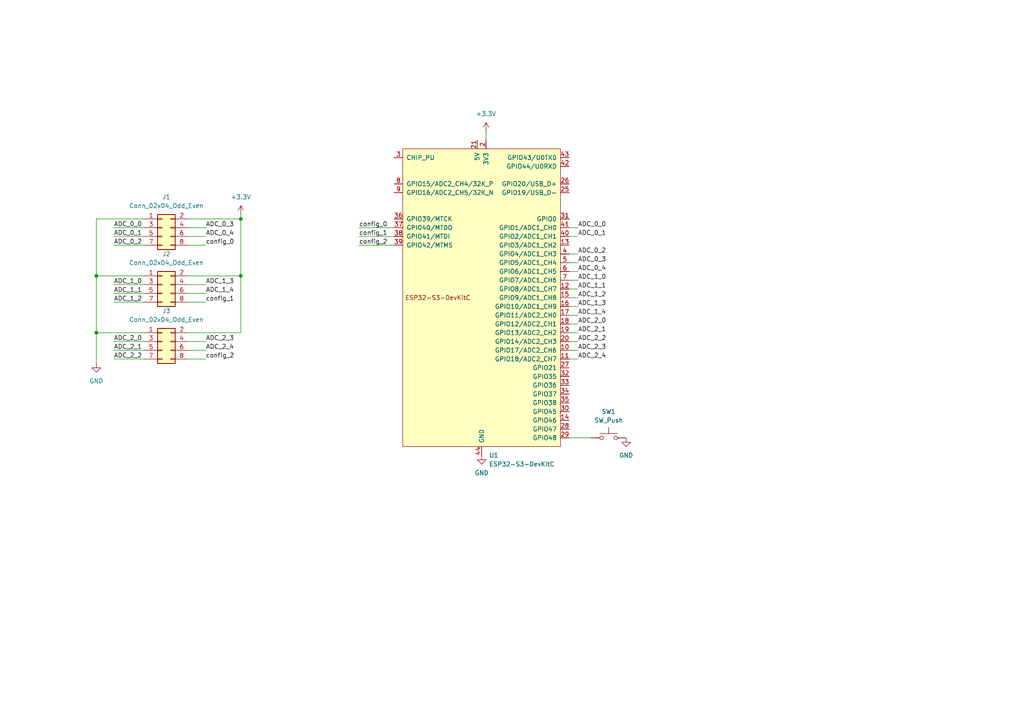
<source format=kicad_sch>
(kicad_sch
	(version 20250114)
	(generator "eeschema")
	(generator_version "9.0")
	(uuid "f3d2e09c-d981-40f8-9f4a-04d62addaf67")
	(paper "A4")
	(lib_symbols
		(symbol "Connector_Generic:Conn_02x04_Odd_Even"
			(pin_names
				(offset 1.016)
				(hide yes)
			)
			(exclude_from_sim no)
			(in_bom yes)
			(on_board yes)
			(property "Reference" "J"
				(at 1.27 5.08 0)
				(effects
					(font
						(size 1.27 1.27)
					)
				)
			)
			(property "Value" "Conn_02x04_Odd_Even"
				(at 1.27 -7.62 0)
				(effects
					(font
						(size 1.27 1.27)
					)
				)
			)
			(property "Footprint" ""
				(at 0 0 0)
				(effects
					(font
						(size 1.27 1.27)
					)
					(hide yes)
				)
			)
			(property "Datasheet" "~"
				(at 0 0 0)
				(effects
					(font
						(size 1.27 1.27)
					)
					(hide yes)
				)
			)
			(property "Description" "Generic connector, double row, 02x04, odd/even pin numbering scheme (row 1 odd numbers, row 2 even numbers), script generated (kicad-library-utils/schlib/autogen/connector/)"
				(at 0 0 0)
				(effects
					(font
						(size 1.27 1.27)
					)
					(hide yes)
				)
			)
			(property "ki_keywords" "connector"
				(at 0 0 0)
				(effects
					(font
						(size 1.27 1.27)
					)
					(hide yes)
				)
			)
			(property "ki_fp_filters" "Connector*:*_2x??_*"
				(at 0 0 0)
				(effects
					(font
						(size 1.27 1.27)
					)
					(hide yes)
				)
			)
			(symbol "Conn_02x04_Odd_Even_1_1"
				(rectangle
					(start -1.27 3.81)
					(end 3.81 -6.35)
					(stroke
						(width 0.254)
						(type default)
					)
					(fill
						(type background)
					)
				)
				(rectangle
					(start -1.27 2.667)
					(end 0 2.413)
					(stroke
						(width 0.1524)
						(type default)
					)
					(fill
						(type none)
					)
				)
				(rectangle
					(start -1.27 0.127)
					(end 0 -0.127)
					(stroke
						(width 0.1524)
						(type default)
					)
					(fill
						(type none)
					)
				)
				(rectangle
					(start -1.27 -2.413)
					(end 0 -2.667)
					(stroke
						(width 0.1524)
						(type default)
					)
					(fill
						(type none)
					)
				)
				(rectangle
					(start -1.27 -4.953)
					(end 0 -5.207)
					(stroke
						(width 0.1524)
						(type default)
					)
					(fill
						(type none)
					)
				)
				(rectangle
					(start 3.81 2.667)
					(end 2.54 2.413)
					(stroke
						(width 0.1524)
						(type default)
					)
					(fill
						(type none)
					)
				)
				(rectangle
					(start 3.81 0.127)
					(end 2.54 -0.127)
					(stroke
						(width 0.1524)
						(type default)
					)
					(fill
						(type none)
					)
				)
				(rectangle
					(start 3.81 -2.413)
					(end 2.54 -2.667)
					(stroke
						(width 0.1524)
						(type default)
					)
					(fill
						(type none)
					)
				)
				(rectangle
					(start 3.81 -4.953)
					(end 2.54 -5.207)
					(stroke
						(width 0.1524)
						(type default)
					)
					(fill
						(type none)
					)
				)
				(pin passive line
					(at -5.08 2.54 0)
					(length 3.81)
					(name "Pin_1"
						(effects
							(font
								(size 1.27 1.27)
							)
						)
					)
					(number "1"
						(effects
							(font
								(size 1.27 1.27)
							)
						)
					)
				)
				(pin passive line
					(at -5.08 0 0)
					(length 3.81)
					(name "Pin_3"
						(effects
							(font
								(size 1.27 1.27)
							)
						)
					)
					(number "3"
						(effects
							(font
								(size 1.27 1.27)
							)
						)
					)
				)
				(pin passive line
					(at -5.08 -2.54 0)
					(length 3.81)
					(name "Pin_5"
						(effects
							(font
								(size 1.27 1.27)
							)
						)
					)
					(number "5"
						(effects
							(font
								(size 1.27 1.27)
							)
						)
					)
				)
				(pin passive line
					(at -5.08 -5.08 0)
					(length 3.81)
					(name "Pin_7"
						(effects
							(font
								(size 1.27 1.27)
							)
						)
					)
					(number "7"
						(effects
							(font
								(size 1.27 1.27)
							)
						)
					)
				)
				(pin passive line
					(at 7.62 2.54 180)
					(length 3.81)
					(name "Pin_2"
						(effects
							(font
								(size 1.27 1.27)
							)
						)
					)
					(number "2"
						(effects
							(font
								(size 1.27 1.27)
							)
						)
					)
				)
				(pin passive line
					(at 7.62 0 180)
					(length 3.81)
					(name "Pin_4"
						(effects
							(font
								(size 1.27 1.27)
							)
						)
					)
					(number "4"
						(effects
							(font
								(size 1.27 1.27)
							)
						)
					)
				)
				(pin passive line
					(at 7.62 -2.54 180)
					(length 3.81)
					(name "Pin_6"
						(effects
							(font
								(size 1.27 1.27)
							)
						)
					)
					(number "6"
						(effects
							(font
								(size 1.27 1.27)
							)
						)
					)
				)
				(pin passive line
					(at 7.62 -5.08 180)
					(length 3.81)
					(name "Pin_8"
						(effects
							(font
								(size 1.27 1.27)
							)
						)
					)
					(number "8"
						(effects
							(font
								(size 1.27 1.27)
							)
						)
					)
				)
			)
			(embedded_fonts no)
		)
		(symbol "PCM_Espressif:ESP32-S3-DevKitC"
			(pin_names
				(offset 1.016)
			)
			(exclude_from_sim no)
			(in_bom yes)
			(on_board yes)
			(property "Reference" "U"
				(at -22.86 48.26 0)
				(effects
					(font
						(size 1.27 1.27)
					)
					(justify left)
				)
			)
			(property "Value" "ESP32-S3-DevKitC"
				(at -22.86 45.72 0)
				(effects
					(font
						(size 1.27 1.27)
					)
					(justify left)
				)
			)
			(property "Footprint" "PCM_Espressif:ESP32-S3-DevKitC"
				(at 0 -57.15 0)
				(effects
					(font
						(size 1.27 1.27)
					)
					(hide yes)
				)
			)
			(property "Datasheet" ""
				(at -59.69 -2.54 0)
				(effects
					(font
						(size 1.27 1.27)
					)
					(hide yes)
				)
			)
			(property "Description" "ESP32-S3-DevKitC"
				(at 0 0 0)
				(effects
					(font
						(size 1.27 1.27)
					)
					(hide yes)
				)
			)
			(symbol "ESP32-S3-DevKitC_0_0"
				(text "ESP32-S3-DevKitC"
					(at -12.7 0 0)
					(effects
						(font
							(size 1.27 1.27)
						)
					)
				)
				(pin bidirectional line
					(at -25.4 15.24 0)
					(length 2.54)
					(name "GPIO42/MTMS"
						(effects
							(font
								(size 1.27 1.27)
							)
						)
					)
					(number "39"
						(effects
							(font
								(size 1.27 1.27)
							)
						)
					)
				)
				(pin power_in line
					(at 0 -45.72 90)
					(length 2.54)
					(name "GND"
						(effects
							(font
								(size 1.27 1.27)
							)
						)
					)
					(number "44"
						(effects
							(font
								(size 1.27 1.27)
							)
						)
					)
				)
				(pin bidirectional line
					(at 25.4 40.64 180)
					(length 2.54)
					(name "GPIO43/U0TXD"
						(effects
							(font
								(size 1.27 1.27)
							)
						)
					)
					(number "43"
						(effects
							(font
								(size 1.27 1.27)
							)
						)
					)
				)
				(pin bidirectional line
					(at 25.4 38.1 180)
					(length 2.54)
					(name "GPIO44/U0RXD"
						(effects
							(font
								(size 1.27 1.27)
							)
						)
					)
					(number "42"
						(effects
							(font
								(size 1.27 1.27)
							)
						)
					)
				)
				(pin bidirectional line
					(at 25.4 20.32 180)
					(length 2.54)
					(name "GPIO1/ADC1_CH0"
						(effects
							(font
								(size 1.27 1.27)
							)
						)
					)
					(number "41"
						(effects
							(font
								(size 1.27 1.27)
							)
						)
					)
				)
				(pin bidirectional line
					(at 25.4 17.78 180)
					(length 2.54)
					(name "GPIO2/ADC1_CH1"
						(effects
							(font
								(size 1.27 1.27)
							)
						)
					)
					(number "40"
						(effects
							(font
								(size 1.27 1.27)
							)
						)
					)
				)
				(pin bidirectional line
					(at 25.4 -10.16 180)
					(length 2.54)
					(name "GPIO13/ADC2_CH2"
						(effects
							(font
								(size 1.27 1.27)
							)
						)
					)
					(number "19"
						(effects
							(font
								(size 1.27 1.27)
							)
						)
					)
				)
				(pin bidirectional line
					(at 25.4 -35.56 180)
					(length 2.54)
					(name "GPIO46"
						(effects
							(font
								(size 1.27 1.27)
							)
						)
					)
					(number "14"
						(effects
							(font
								(size 1.27 1.27)
							)
						)
					)
				)
			)
			(symbol "ESP32-S3-DevKitC_0_1"
				(rectangle
					(start -22.86 43.18)
					(end 22.86 -43.18)
					(stroke
						(width 0)
						(type default)
					)
					(fill
						(type background)
					)
				)
				(pin power_in line
					(at 1.27 45.72 270)
					(length 2.54)
					(name "3V3"
						(effects
							(font
								(size 1.27 1.27)
							)
						)
					)
					(number "2"
						(effects
							(font
								(size 1.27 1.27)
							)
						)
					)
				)
			)
			(symbol "ESP32-S3-DevKitC_1_1"
				(pin input line
					(at -25.4 40.64 0)
					(length 2.54)
					(name "CHIP_PU"
						(effects
							(font
								(size 1.27 1.27)
							)
						)
					)
					(number "3"
						(effects
							(font
								(size 1.27 1.27)
							)
						)
					)
				)
				(pin bidirectional line
					(at -25.4 33.02 0)
					(length 2.54)
					(name "GPIO15/ADC2_CH4/32K_P"
						(effects
							(font
								(size 1.27 1.27)
							)
						)
					)
					(number "8"
						(effects
							(font
								(size 1.27 1.27)
							)
						)
					)
				)
				(pin bidirectional line
					(at -25.4 30.48 0)
					(length 2.54)
					(name "GPIO16/ADC2_CH5/32K_N"
						(effects
							(font
								(size 1.27 1.27)
							)
						)
					)
					(number "9"
						(effects
							(font
								(size 1.27 1.27)
							)
						)
					)
				)
				(pin bidirectional line
					(at -25.4 22.86 0)
					(length 2.54)
					(name "GPIO39/MTCK"
						(effects
							(font
								(size 1.27 1.27)
							)
						)
					)
					(number "36"
						(effects
							(font
								(size 1.27 1.27)
							)
						)
					)
				)
				(pin bidirectional line
					(at -25.4 20.32 0)
					(length 2.54)
					(name "GPIO40/MTDO"
						(effects
							(font
								(size 1.27 1.27)
							)
						)
					)
					(number "37"
						(effects
							(font
								(size 1.27 1.27)
							)
						)
					)
				)
				(pin bidirectional line
					(at -25.4 17.78 0)
					(length 2.54)
					(name "GPIO41/MTDI"
						(effects
							(font
								(size 1.27 1.27)
							)
						)
					)
					(number "38"
						(effects
							(font
								(size 1.27 1.27)
							)
						)
					)
				)
				(pin power_in line
					(at -1.27 45.72 270)
					(length 2.54)
					(name "5V"
						(effects
							(font
								(size 1.27 1.27)
							)
						)
					)
					(number "21"
						(effects
							(font
								(size 1.27 1.27)
							)
						)
					)
				)
				(pin passive line
					(at 0 -45.72 90)
					(length 2.54)
					(hide yes)
					(name "GND"
						(effects
							(font
								(size 1.27 1.27)
							)
						)
					)
					(number "22"
						(effects
							(font
								(size 1.27 1.27)
							)
						)
					)
				)
				(pin passive line
					(at 0 -45.72 90)
					(length 2.54)
					(hide yes)
					(name "GND"
						(effects
							(font
								(size 1.27 1.27)
							)
						)
					)
					(number "23"
						(effects
							(font
								(size 1.27 1.27)
							)
						)
					)
				)
				(pin passive line
					(at 0 -45.72 90)
					(length 2.54)
					(hide yes)
					(name "GND"
						(effects
							(font
								(size 1.27 1.27)
							)
						)
					)
					(number "24"
						(effects
							(font
								(size 1.27 1.27)
							)
						)
					)
				)
				(pin passive line
					(at 1.27 45.72 270)
					(length 2.54)
					(hide yes)
					(name "3V3"
						(effects
							(font
								(size 1.27 1.27)
							)
						)
					)
					(number "1"
						(effects
							(font
								(size 1.27 1.27)
							)
						)
					)
				)
				(pin bidirectional line
					(at 25.4 33.02 180)
					(length 2.54)
					(name "GPIO20/USB_D+"
						(effects
							(font
								(size 1.27 1.27)
							)
						)
					)
					(number "26"
						(effects
							(font
								(size 1.27 1.27)
							)
						)
					)
				)
				(pin bidirectional line
					(at 25.4 30.48 180)
					(length 2.54)
					(name "GPIO19/USB_D-"
						(effects
							(font
								(size 1.27 1.27)
							)
						)
					)
					(number "25"
						(effects
							(font
								(size 1.27 1.27)
							)
						)
					)
				)
				(pin bidirectional line
					(at 25.4 22.86 180)
					(length 2.54)
					(name "GPIO0"
						(effects
							(font
								(size 1.27 1.27)
							)
						)
					)
					(number "31"
						(effects
							(font
								(size 1.27 1.27)
							)
						)
					)
				)
				(pin bidirectional line
					(at 25.4 15.24 180)
					(length 2.54)
					(name "GPIO3/ADC1_CH2"
						(effects
							(font
								(size 1.27 1.27)
							)
						)
					)
					(number "13"
						(effects
							(font
								(size 1.27 1.27)
							)
						)
					)
				)
				(pin bidirectional line
					(at 25.4 12.7 180)
					(length 2.54)
					(name "GPIO4/ADC1_CH3"
						(effects
							(font
								(size 1.27 1.27)
							)
						)
					)
					(number "4"
						(effects
							(font
								(size 1.27 1.27)
							)
						)
					)
				)
				(pin bidirectional line
					(at 25.4 10.16 180)
					(length 2.54)
					(name "GPIO5/ADC1_CH4"
						(effects
							(font
								(size 1.27 1.27)
							)
						)
					)
					(number "5"
						(effects
							(font
								(size 1.27 1.27)
							)
						)
					)
				)
				(pin bidirectional line
					(at 25.4 7.62 180)
					(length 2.54)
					(name "GPIO6/ADC1_CH5"
						(effects
							(font
								(size 1.27 1.27)
							)
						)
					)
					(number "6"
						(effects
							(font
								(size 1.27 1.27)
							)
						)
					)
				)
				(pin bidirectional line
					(at 25.4 5.08 180)
					(length 2.54)
					(name "GPIO7/ADC1_CH6"
						(effects
							(font
								(size 1.27 1.27)
							)
						)
					)
					(number "7"
						(effects
							(font
								(size 1.27 1.27)
							)
						)
					)
				)
				(pin bidirectional line
					(at 25.4 2.54 180)
					(length 2.54)
					(name "GPIO8/ADC1_CH7"
						(effects
							(font
								(size 1.27 1.27)
							)
						)
					)
					(number "12"
						(effects
							(font
								(size 1.27 1.27)
							)
						)
					)
				)
				(pin bidirectional line
					(at 25.4 0 180)
					(length 2.54)
					(name "GPIO9/ADC1_CH8"
						(effects
							(font
								(size 1.27 1.27)
							)
						)
					)
					(number "15"
						(effects
							(font
								(size 1.27 1.27)
							)
						)
					)
				)
				(pin bidirectional line
					(at 25.4 -2.54 180)
					(length 2.54)
					(name "GPIO10/ADC1_CH9"
						(effects
							(font
								(size 1.27 1.27)
							)
						)
					)
					(number "16"
						(effects
							(font
								(size 1.27 1.27)
							)
						)
					)
				)
				(pin bidirectional line
					(at 25.4 -5.08 180)
					(length 2.54)
					(name "GPIO11/ADC2_CH0"
						(effects
							(font
								(size 1.27 1.27)
							)
						)
					)
					(number "17"
						(effects
							(font
								(size 1.27 1.27)
							)
						)
					)
				)
				(pin bidirectional line
					(at 25.4 -7.62 180)
					(length 2.54)
					(name "GPIO12/ADC2_CH1"
						(effects
							(font
								(size 1.27 1.27)
							)
						)
					)
					(number "18"
						(effects
							(font
								(size 1.27 1.27)
							)
						)
					)
				)
				(pin bidirectional line
					(at 25.4 -12.7 180)
					(length 2.54)
					(name "GPIO14/ADC2_CH3"
						(effects
							(font
								(size 1.27 1.27)
							)
						)
					)
					(number "20"
						(effects
							(font
								(size 1.27 1.27)
							)
						)
					)
				)
				(pin bidirectional line
					(at 25.4 -15.24 180)
					(length 2.54)
					(name "GPIO17/ADC2_CH6"
						(effects
							(font
								(size 1.27 1.27)
							)
						)
					)
					(number "10"
						(effects
							(font
								(size 1.27 1.27)
							)
						)
					)
				)
				(pin bidirectional line
					(at 25.4 -17.78 180)
					(length 2.54)
					(name "GPIO18/ADC2_CH7"
						(effects
							(font
								(size 1.27 1.27)
							)
						)
					)
					(number "11"
						(effects
							(font
								(size 1.27 1.27)
							)
						)
					)
				)
				(pin bidirectional line
					(at 25.4 -20.32 180)
					(length 2.54)
					(name "GPIO21"
						(effects
							(font
								(size 1.27 1.27)
							)
						)
					)
					(number "27"
						(effects
							(font
								(size 1.27 1.27)
							)
						)
					)
				)
				(pin bidirectional line
					(at 25.4 -22.86 180)
					(length 2.54)
					(name "GPIO35"
						(effects
							(font
								(size 1.27 1.27)
							)
						)
					)
					(number "32"
						(effects
							(font
								(size 1.27 1.27)
							)
						)
					)
				)
				(pin bidirectional line
					(at 25.4 -25.4 180)
					(length 2.54)
					(name "GPIO36"
						(effects
							(font
								(size 1.27 1.27)
							)
						)
					)
					(number "33"
						(effects
							(font
								(size 1.27 1.27)
							)
						)
					)
				)
				(pin bidirectional line
					(at 25.4 -27.94 180)
					(length 2.54)
					(name "GPIO37"
						(effects
							(font
								(size 1.27 1.27)
							)
						)
					)
					(number "34"
						(effects
							(font
								(size 1.27 1.27)
							)
						)
					)
				)
				(pin bidirectional line
					(at 25.4 -30.48 180)
					(length 2.54)
					(name "GPIO38"
						(effects
							(font
								(size 1.27 1.27)
							)
						)
					)
					(number "35"
						(effects
							(font
								(size 1.27 1.27)
							)
						)
					)
				)
				(pin bidirectional line
					(at 25.4 -33.02 180)
					(length 2.54)
					(name "GPIO45"
						(effects
							(font
								(size 1.27 1.27)
							)
						)
					)
					(number "30"
						(effects
							(font
								(size 1.27 1.27)
							)
						)
					)
				)
				(pin bidirectional line
					(at 25.4 -38.1 180)
					(length 2.54)
					(name "GPIO47"
						(effects
							(font
								(size 1.27 1.27)
							)
						)
					)
					(number "28"
						(effects
							(font
								(size 1.27 1.27)
							)
						)
					)
				)
				(pin bidirectional line
					(at 25.4 -40.64 180)
					(length 2.54)
					(name "GPIO48"
						(effects
							(font
								(size 1.27 1.27)
							)
						)
					)
					(number "29"
						(effects
							(font
								(size 1.27 1.27)
							)
						)
					)
				)
			)
			(embedded_fonts no)
		)
		(symbol "Switch:SW_Push"
			(pin_numbers
				(hide yes)
			)
			(pin_names
				(offset 1.016)
				(hide yes)
			)
			(exclude_from_sim no)
			(in_bom yes)
			(on_board yes)
			(property "Reference" "SW"
				(at 1.27 2.54 0)
				(effects
					(font
						(size 1.27 1.27)
					)
					(justify left)
				)
			)
			(property "Value" "SW_Push"
				(at 0 -1.524 0)
				(effects
					(font
						(size 1.27 1.27)
					)
				)
			)
			(property "Footprint" ""
				(at 0 5.08 0)
				(effects
					(font
						(size 1.27 1.27)
					)
					(hide yes)
				)
			)
			(property "Datasheet" "~"
				(at 0 5.08 0)
				(effects
					(font
						(size 1.27 1.27)
					)
					(hide yes)
				)
			)
			(property "Description" "Push button switch, generic, two pins"
				(at 0 0 0)
				(effects
					(font
						(size 1.27 1.27)
					)
					(hide yes)
				)
			)
			(property "ki_keywords" "switch normally-open pushbutton push-button"
				(at 0 0 0)
				(effects
					(font
						(size 1.27 1.27)
					)
					(hide yes)
				)
			)
			(symbol "SW_Push_0_1"
				(circle
					(center -2.032 0)
					(radius 0.508)
					(stroke
						(width 0)
						(type default)
					)
					(fill
						(type none)
					)
				)
				(polyline
					(pts
						(xy 0 1.27) (xy 0 3.048)
					)
					(stroke
						(width 0)
						(type default)
					)
					(fill
						(type none)
					)
				)
				(circle
					(center 2.032 0)
					(radius 0.508)
					(stroke
						(width 0)
						(type default)
					)
					(fill
						(type none)
					)
				)
				(polyline
					(pts
						(xy 2.54 1.27) (xy -2.54 1.27)
					)
					(stroke
						(width 0)
						(type default)
					)
					(fill
						(type none)
					)
				)
				(pin passive line
					(at -5.08 0 0)
					(length 2.54)
					(name "1"
						(effects
							(font
								(size 1.27 1.27)
							)
						)
					)
					(number "1"
						(effects
							(font
								(size 1.27 1.27)
							)
						)
					)
				)
				(pin passive line
					(at 5.08 0 180)
					(length 2.54)
					(name "2"
						(effects
							(font
								(size 1.27 1.27)
							)
						)
					)
					(number "2"
						(effects
							(font
								(size 1.27 1.27)
							)
						)
					)
				)
			)
			(embedded_fonts no)
		)
		(symbol "power:+3.3V"
			(power)
			(pin_numbers
				(hide yes)
			)
			(pin_names
				(offset 0)
				(hide yes)
			)
			(exclude_from_sim no)
			(in_bom yes)
			(on_board yes)
			(property "Reference" "#PWR"
				(at 0 -3.81 0)
				(effects
					(font
						(size 1.27 1.27)
					)
					(hide yes)
				)
			)
			(property "Value" "+3.3V"
				(at 0 3.556 0)
				(effects
					(font
						(size 1.27 1.27)
					)
				)
			)
			(property "Footprint" ""
				(at 0 0 0)
				(effects
					(font
						(size 1.27 1.27)
					)
					(hide yes)
				)
			)
			(property "Datasheet" ""
				(at 0 0 0)
				(effects
					(font
						(size 1.27 1.27)
					)
					(hide yes)
				)
			)
			(property "Description" "Power symbol creates a global label with name \"+3.3V\""
				(at 0 0 0)
				(effects
					(font
						(size 1.27 1.27)
					)
					(hide yes)
				)
			)
			(property "ki_keywords" "global power"
				(at 0 0 0)
				(effects
					(font
						(size 1.27 1.27)
					)
					(hide yes)
				)
			)
			(symbol "+3.3V_0_1"
				(polyline
					(pts
						(xy -0.762 1.27) (xy 0 2.54)
					)
					(stroke
						(width 0)
						(type default)
					)
					(fill
						(type none)
					)
				)
				(polyline
					(pts
						(xy 0 2.54) (xy 0.762 1.27)
					)
					(stroke
						(width 0)
						(type default)
					)
					(fill
						(type none)
					)
				)
				(polyline
					(pts
						(xy 0 0) (xy 0 2.54)
					)
					(stroke
						(width 0)
						(type default)
					)
					(fill
						(type none)
					)
				)
			)
			(symbol "+3.3V_1_1"
				(pin power_in line
					(at 0 0 90)
					(length 0)
					(name "~"
						(effects
							(font
								(size 1.27 1.27)
							)
						)
					)
					(number "1"
						(effects
							(font
								(size 1.27 1.27)
							)
						)
					)
				)
			)
			(embedded_fonts no)
		)
		(symbol "power:GND"
			(power)
			(pin_numbers
				(hide yes)
			)
			(pin_names
				(offset 0)
				(hide yes)
			)
			(exclude_from_sim no)
			(in_bom yes)
			(on_board yes)
			(property "Reference" "#PWR"
				(at 0 -6.35 0)
				(effects
					(font
						(size 1.27 1.27)
					)
					(hide yes)
				)
			)
			(property "Value" "GND"
				(at 0 -3.81 0)
				(effects
					(font
						(size 1.27 1.27)
					)
				)
			)
			(property "Footprint" ""
				(at 0 0 0)
				(effects
					(font
						(size 1.27 1.27)
					)
					(hide yes)
				)
			)
			(property "Datasheet" ""
				(at 0 0 0)
				(effects
					(font
						(size 1.27 1.27)
					)
					(hide yes)
				)
			)
			(property "Description" "Power symbol creates a global label with name \"GND\" , ground"
				(at 0 0 0)
				(effects
					(font
						(size 1.27 1.27)
					)
					(hide yes)
				)
			)
			(property "ki_keywords" "global power"
				(at 0 0 0)
				(effects
					(font
						(size 1.27 1.27)
					)
					(hide yes)
				)
			)
			(symbol "GND_0_1"
				(polyline
					(pts
						(xy 0 0) (xy 0 -1.27) (xy 1.27 -1.27) (xy 0 -2.54) (xy -1.27 -1.27) (xy 0 -1.27)
					)
					(stroke
						(width 0)
						(type default)
					)
					(fill
						(type none)
					)
				)
			)
			(symbol "GND_1_1"
				(pin power_in line
					(at 0 0 270)
					(length 0)
					(name "~"
						(effects
							(font
								(size 1.27 1.27)
							)
						)
					)
					(number "1"
						(effects
							(font
								(size 1.27 1.27)
							)
						)
					)
				)
			)
			(embedded_fonts no)
		)
	)
	(junction
		(at 69.85 80.01)
		(diameter 0)
		(color 0 0 0 0)
		(uuid "053bf579-8a26-4238-be4b-48e357358ae7")
	)
	(junction
		(at 27.94 96.52)
		(diameter 0)
		(color 0 0 0 0)
		(uuid "67290d94-ad67-42fe-a6c1-8cabbbab3e7d")
	)
	(junction
		(at 69.85 63.5)
		(diameter 0)
		(color 0 0 0 0)
		(uuid "704f8e72-0db1-4527-8c1b-56b0f861c361")
	)
	(junction
		(at 27.94 80.01)
		(diameter 0)
		(color 0 0 0 0)
		(uuid "e7eec7c6-cace-42d4-b6e6-9aa53d0fd28a")
	)
	(wire
		(pts
			(xy 104.14 71.12) (xy 114.3 71.12)
		)
		(stroke
			(width 0)
			(type default)
		)
		(uuid "0020efc3-b059-40fa-a259-2cecb5d672f6")
	)
	(wire
		(pts
			(xy 27.94 80.01) (xy 27.94 96.52)
		)
		(stroke
			(width 0)
			(type default)
		)
		(uuid "0910efd0-81db-4e79-87c3-d339027f7fcf")
	)
	(wire
		(pts
			(xy 33.02 85.09) (xy 41.91 85.09)
		)
		(stroke
			(width 0)
			(type default)
		)
		(uuid "12136662-b264-47ef-bde8-62c23c8f5ace")
	)
	(wire
		(pts
			(xy 33.02 101.6) (xy 41.91 101.6)
		)
		(stroke
			(width 0)
			(type default)
		)
		(uuid "220603a5-9802-4cb1-a73b-6654428eea22")
	)
	(wire
		(pts
			(xy 54.61 82.55) (xy 59.69 82.55)
		)
		(stroke
			(width 0)
			(type default)
		)
		(uuid "2836c7dd-01cc-47e3-a29f-f513a6bc0079")
	)
	(wire
		(pts
			(xy 27.94 80.01) (xy 41.91 80.01)
		)
		(stroke
			(width 0)
			(type default)
		)
		(uuid "2ca6ef9b-d1d3-4507-8f2d-8b5989659ca0")
	)
	(wire
		(pts
			(xy 165.1 127) (xy 171.45 127)
		)
		(stroke
			(width 0)
			(type default)
		)
		(uuid "301de347-c14e-40a2-a2dc-79c124985ac2")
	)
	(wire
		(pts
			(xy 54.61 85.09) (xy 59.69 85.09)
		)
		(stroke
			(width 0)
			(type default)
		)
		(uuid "3075afab-bae0-4c66-b8c7-00bdfd8e9a95")
	)
	(wire
		(pts
			(xy 69.85 80.01) (xy 69.85 96.52)
		)
		(stroke
			(width 0)
			(type default)
		)
		(uuid "3395e45f-a119-4c68-b6e0-d380d0d07e31")
	)
	(wire
		(pts
			(xy 165.1 83.82) (xy 167.64 83.82)
		)
		(stroke
			(width 0)
			(type default)
		)
		(uuid "35f89ca1-6871-4357-8025-3f30b4f111e9")
	)
	(wire
		(pts
			(xy 54.61 66.04) (xy 59.69 66.04)
		)
		(stroke
			(width 0)
			(type default)
		)
		(uuid "376082b8-a200-4893-ba4a-8559df493f9f")
	)
	(wire
		(pts
			(xy 54.61 99.06) (xy 59.69 99.06)
		)
		(stroke
			(width 0)
			(type default)
		)
		(uuid "3a62e759-f14c-4d9b-8c53-ca4f44ef509b")
	)
	(wire
		(pts
			(xy 165.1 101.6) (xy 167.64 101.6)
		)
		(stroke
			(width 0)
			(type default)
		)
		(uuid "3aab5809-af44-4e31-971a-5d0367d79096")
	)
	(wire
		(pts
			(xy 54.61 63.5) (xy 69.85 63.5)
		)
		(stroke
			(width 0)
			(type default)
		)
		(uuid "3d4772e2-1900-470d-a4bd-559680a51659")
	)
	(wire
		(pts
			(xy 165.1 73.66) (xy 167.64 73.66)
		)
		(stroke
			(width 0)
			(type default)
		)
		(uuid "420c18b1-b540-48e4-a104-677c70e9b50e")
	)
	(wire
		(pts
			(xy 165.1 91.44) (xy 167.64 91.44)
		)
		(stroke
			(width 0)
			(type default)
		)
		(uuid "454a8edd-3c99-431a-8d43-7fb9034f7e9d")
	)
	(wire
		(pts
			(xy 54.61 80.01) (xy 69.85 80.01)
		)
		(stroke
			(width 0)
			(type default)
		)
		(uuid "495291a4-2c02-4e1e-849f-1ad7f123bcc7")
	)
	(wire
		(pts
			(xy 165.1 68.58) (xy 167.64 68.58)
		)
		(stroke
			(width 0)
			(type default)
		)
		(uuid "60407923-9250-4530-93de-26e8ef0f267d")
	)
	(wire
		(pts
			(xy 165.1 81.28) (xy 167.64 81.28)
		)
		(stroke
			(width 0)
			(type default)
		)
		(uuid "630e91aa-bce0-4de7-a72b-ead008ad0feb")
	)
	(wire
		(pts
			(xy 54.61 68.58) (xy 59.69 68.58)
		)
		(stroke
			(width 0)
			(type default)
		)
		(uuid "6a5405c4-4257-4473-9987-691d9aa4691b")
	)
	(wire
		(pts
			(xy 33.02 87.63) (xy 41.91 87.63)
		)
		(stroke
			(width 0)
			(type default)
		)
		(uuid "6b42d7f7-fdbe-4e31-ae1d-a9a5e025660c")
	)
	(wire
		(pts
			(xy 165.1 76.2) (xy 167.64 76.2)
		)
		(stroke
			(width 0)
			(type default)
		)
		(uuid "6c62dee5-597f-4da4-9d87-d42f2151713a")
	)
	(wire
		(pts
			(xy 165.1 88.9) (xy 167.64 88.9)
		)
		(stroke
			(width 0)
			(type default)
		)
		(uuid "6cb1e5e1-c03a-47d8-aded-4ac268157279")
	)
	(wire
		(pts
			(xy 104.14 68.58) (xy 114.3 68.58)
		)
		(stroke
			(width 0)
			(type default)
		)
		(uuid "6f99f0ab-6d16-4fdc-9d5c-656898c8b564")
	)
	(wire
		(pts
			(xy 27.94 63.5) (xy 27.94 80.01)
		)
		(stroke
			(width 0)
			(type default)
		)
		(uuid "7166d739-edd2-4aef-b87f-1bf127b780b6")
	)
	(wire
		(pts
			(xy 104.14 66.04) (xy 114.3 66.04)
		)
		(stroke
			(width 0)
			(type default)
		)
		(uuid "7650cf18-89ef-4d64-a9f5-f075acd74f46")
	)
	(wire
		(pts
			(xy 33.02 66.04) (xy 41.91 66.04)
		)
		(stroke
			(width 0)
			(type default)
		)
		(uuid "7c8d1c1a-afd5-4656-969a-3bcdd51125b3")
	)
	(wire
		(pts
			(xy 41.91 63.5) (xy 27.94 63.5)
		)
		(stroke
			(width 0)
			(type default)
		)
		(uuid "7d591c13-2251-453f-bfc9-0963bd35ef7d")
	)
	(wire
		(pts
			(xy 54.61 96.52) (xy 69.85 96.52)
		)
		(stroke
			(width 0)
			(type default)
		)
		(uuid "82ceee73-cd24-46c5-b589-8cafcbfb1b2d")
	)
	(wire
		(pts
			(xy 27.94 96.52) (xy 27.94 105.41)
		)
		(stroke
			(width 0)
			(type default)
		)
		(uuid "88e6aec9-f3c2-4fe3-9e77-dddb8a7d7aa8")
	)
	(wire
		(pts
			(xy 69.85 63.5) (xy 69.85 80.01)
		)
		(stroke
			(width 0)
			(type default)
		)
		(uuid "89f07666-748c-49c4-9838-1ec2be337fb5")
	)
	(wire
		(pts
			(xy 165.1 93.98) (xy 167.64 93.98)
		)
		(stroke
			(width 0)
			(type default)
		)
		(uuid "8e78aabc-c2fd-423b-9b25-aa1be586abed")
	)
	(wire
		(pts
			(xy 33.02 104.14) (xy 41.91 104.14)
		)
		(stroke
			(width 0)
			(type default)
		)
		(uuid "8fb647d2-52f9-4214-a09e-9b433c31689a")
	)
	(wire
		(pts
			(xy 54.61 101.6) (xy 59.69 101.6)
		)
		(stroke
			(width 0)
			(type default)
		)
		(uuid "93b5416a-38df-4651-a8a8-a71b524fe727")
	)
	(wire
		(pts
			(xy 165.1 86.36) (xy 167.64 86.36)
		)
		(stroke
			(width 0)
			(type default)
		)
		(uuid "98b4ee51-9286-4777-ac9c-b1329742ed6c")
	)
	(wire
		(pts
			(xy 54.61 71.12) (xy 59.69 71.12)
		)
		(stroke
			(width 0)
			(type default)
		)
		(uuid "98eae4bb-ec3b-47b9-8889-990f5b85900c")
	)
	(wire
		(pts
			(xy 33.02 68.58) (xy 41.91 68.58)
		)
		(stroke
			(width 0)
			(type default)
		)
		(uuid "9ce70622-3085-4061-b96b-1641553860f8")
	)
	(wire
		(pts
			(xy 165.1 99.06) (xy 167.64 99.06)
		)
		(stroke
			(width 0)
			(type default)
		)
		(uuid "9ecdc7c1-8599-42d3-b590-11749008af2e")
	)
	(wire
		(pts
			(xy 33.02 71.12) (xy 41.91 71.12)
		)
		(stroke
			(width 0)
			(type default)
		)
		(uuid "a0a4966b-5a7b-451d-97f9-e4f1afeb777d")
	)
	(wire
		(pts
			(xy 69.85 63.5) (xy 69.85 62.23)
		)
		(stroke
			(width 0)
			(type default)
		)
		(uuid "b967a58e-83a6-4d04-9231-156697714b9a")
	)
	(wire
		(pts
			(xy 33.02 99.06) (xy 41.91 99.06)
		)
		(stroke
			(width 0)
			(type default)
		)
		(uuid "c044c9fb-a9c4-456d-a3a2-07ec63711a9d")
	)
	(wire
		(pts
			(xy 165.1 104.14) (xy 167.64 104.14)
		)
		(stroke
			(width 0)
			(type default)
		)
		(uuid "c0f8dcb9-feec-4c7a-beb1-1f770aea2edd")
	)
	(wire
		(pts
			(xy 165.1 78.74) (xy 167.64 78.74)
		)
		(stroke
			(width 0)
			(type default)
		)
		(uuid "d1538dc2-c7a5-4d1a-b553-bee4e1c67f77")
	)
	(wire
		(pts
			(xy 27.94 96.52) (xy 41.91 96.52)
		)
		(stroke
			(width 0)
			(type default)
		)
		(uuid "d1828dcc-1ca2-4091-a8be-57facd7af272")
	)
	(wire
		(pts
			(xy 33.02 82.55) (xy 41.91 82.55)
		)
		(stroke
			(width 0)
			(type default)
		)
		(uuid "da580fb0-4748-40ec-9ba1-1162d2130700")
	)
	(wire
		(pts
			(xy 54.61 87.63) (xy 59.69 87.63)
		)
		(stroke
			(width 0)
			(type default)
		)
		(uuid "e187e853-4b95-4a7a-afac-4775eefcee9b")
	)
	(wire
		(pts
			(xy 54.61 104.14) (xy 59.69 104.14)
		)
		(stroke
			(width 0)
			(type default)
		)
		(uuid "e29a33f5-e02a-4d79-9e92-77db1bc32f7f")
	)
	(wire
		(pts
			(xy 165.1 96.52) (xy 167.64 96.52)
		)
		(stroke
			(width 0)
			(type default)
		)
		(uuid "e900f0a0-e11e-40d0-b04e-46d25324df9d")
	)
	(wire
		(pts
			(xy 140.97 38.1) (xy 140.97 40.64)
		)
		(stroke
			(width 0)
			(type default)
		)
		(uuid "ee6a1129-bdc4-4a50-bfa7-d78a1f2be30b")
	)
	(wire
		(pts
			(xy 165.1 66.04) (xy 167.64 66.04)
		)
		(stroke
			(width 0)
			(type default)
		)
		(uuid "f5df8e46-cce1-446a-9cec-f3c1a0e33b12")
	)
	(label "ADC_2_2"
		(at 167.64 99.06 0)
		(effects
			(font
				(size 1.27 1.27)
			)
			(justify left bottom)
		)
		(uuid "04fe046f-0089-43cc-be94-9904081a807e")
	)
	(label "ADC_2_0"
		(at 33.02 99.06 0)
		(effects
			(font
				(size 1.27 1.27)
			)
			(justify left bottom)
		)
		(uuid "0f08a6e5-8251-43d7-abcd-459c655f9518")
	)
	(label "ADC_0_3"
		(at 167.64 76.2 0)
		(effects
			(font
				(size 1.27 1.27)
			)
			(justify left bottom)
		)
		(uuid "119075b6-5d05-4a97-b934-847a21fb624e")
	)
	(label "ADC_2_1"
		(at 33.02 101.6 0)
		(effects
			(font
				(size 1.27 1.27)
			)
			(justify left bottom)
		)
		(uuid "15b9a796-346d-409c-8921-a8406f91cca1")
	)
	(label "ADC_2_2"
		(at 33.02 104.14 0)
		(effects
			(font
				(size 1.27 1.27)
			)
			(justify left bottom)
		)
		(uuid "15ef5d1d-0085-485c-afb6-4739fb70209c")
	)
	(label "ADC_0_0"
		(at 167.64 66.04 0)
		(effects
			(font
				(size 1.27 1.27)
			)
			(justify left bottom)
		)
		(uuid "191e6740-4385-405c-91a0-ebc3993ea5ff")
	)
	(label "ADC_0_4"
		(at 59.69 68.58 0)
		(effects
			(font
				(size 1.27 1.27)
			)
			(justify left bottom)
		)
		(uuid "2593f506-d8f2-435d-98c4-c814651c8dd9")
	)
	(label "ADC_0_0"
		(at 33.02 66.04 0)
		(effects
			(font
				(size 1.27 1.27)
			)
			(justify left bottom)
		)
		(uuid "29673856-63f5-4e54-9ae6-67758e2a6e49")
	)
	(label "ADC_2_4"
		(at 167.64 104.14 0)
		(effects
			(font
				(size 1.27 1.27)
			)
			(justify left bottom)
		)
		(uuid "4f25d718-dddf-4fab-9761-a165fe8a0d07")
	)
	(label "ADC_1_4"
		(at 59.69 85.09 0)
		(effects
			(font
				(size 1.27 1.27)
			)
			(justify left bottom)
		)
		(uuid "5e852db5-6338-4ac2-ada2-2e1d33f4a5df")
	)
	(label "ADC_1_1"
		(at 167.64 83.82 0)
		(effects
			(font
				(size 1.27 1.27)
			)
			(justify left bottom)
		)
		(uuid "691c45a4-5882-4992-9008-bc7e06c714e0")
	)
	(label "ADC_2_4"
		(at 59.69 101.6 0)
		(effects
			(font
				(size 1.27 1.27)
			)
			(justify left bottom)
		)
		(uuid "69b69a15-fb03-4e9c-b572-095f9820bd3e")
	)
	(label "ADC_1_0"
		(at 33.02 82.55 0)
		(effects
			(font
				(size 1.27 1.27)
			)
			(justify left bottom)
		)
		(uuid "6a987a73-3452-4a25-a651-79ba4b294f81")
	)
	(label "ADC_1_1"
		(at 33.02 85.09 0)
		(effects
			(font
				(size 1.27 1.27)
			)
			(justify left bottom)
		)
		(uuid "6fc6ffaf-2ef4-4e2f-9fef-dfc070b15932")
	)
	(label "config_2"
		(at 104.14 71.12 0)
		(effects
			(font
				(size 1.27 1.27)
			)
			(justify left bottom)
		)
		(uuid "71caa269-75d6-4559-bbac-2be018a1487f")
	)
	(label "ADC_2_0"
		(at 167.64 93.98 0)
		(effects
			(font
				(size 1.27 1.27)
			)
			(justify left bottom)
		)
		(uuid "74df6374-9ea6-4353-95d9-dfd4c41a570f")
	)
	(label "config_2"
		(at 59.69 104.14 0)
		(effects
			(font
				(size 1.27 1.27)
			)
			(justify left bottom)
		)
		(uuid "84b19084-4644-4ddd-8a82-f5f06f828b8b")
	)
	(label "ADC_0_3"
		(at 59.69 66.04 0)
		(effects
			(font
				(size 1.27 1.27)
			)
			(justify left bottom)
		)
		(uuid "88a882bf-6e3c-4454-9b00-baed420fed63")
	)
	(label "ADC_2_3"
		(at 167.64 101.6 0)
		(effects
			(font
				(size 1.27 1.27)
			)
			(justify left bottom)
		)
		(uuid "8b4e5d27-349a-474c-a6a2-8877d96228fa")
	)
	(label "config_1"
		(at 104.14 68.58 0)
		(effects
			(font
				(size 1.27 1.27)
			)
			(justify left bottom)
		)
		(uuid "8ce9601f-4b0c-47fe-837b-79e14f6c5f8b")
	)
	(label "ADC_0_1"
		(at 167.64 68.58 0)
		(effects
			(font
				(size 1.27 1.27)
			)
			(justify left bottom)
		)
		(uuid "974d94ba-2577-4c12-ae98-edfc564d5517")
	)
	(label "config_0"
		(at 104.14 66.04 0)
		(effects
			(font
				(size 1.27 1.27)
			)
			(justify left bottom)
		)
		(uuid "981321d7-0711-4afc-9960-30dcd880688c")
	)
	(label "ADC_0_4"
		(at 167.64 78.74 0)
		(effects
			(font
				(size 1.27 1.27)
			)
			(justify left bottom)
		)
		(uuid "984c75e5-3d2b-42f0-976b-449be7e592fd")
	)
	(label "ADC_1_0"
		(at 167.64 81.28 0)
		(effects
			(font
				(size 1.27 1.27)
			)
			(justify left bottom)
		)
		(uuid "ababfc48-13b2-4911-84ed-2af7bb5e36b0")
	)
	(label "ADC_2_1"
		(at 167.64 96.52 0)
		(effects
			(font
				(size 1.27 1.27)
			)
			(justify left bottom)
		)
		(uuid "ac66e37b-289c-4a1a-81b4-22fd6ca5418a")
	)
	(label "ADC_1_3"
		(at 167.64 88.9 0)
		(effects
			(font
				(size 1.27 1.27)
			)
			(justify left bottom)
		)
		(uuid "b7fa2168-417d-4285-a2ea-05c4d0c23e57")
	)
	(label "ADC_1_4"
		(at 167.64 91.44 0)
		(effects
			(font
				(size 1.27 1.27)
			)
			(justify left bottom)
		)
		(uuid "bab92304-e897-49bd-8dcd-2f367ea11980")
	)
	(label "config_0"
		(at 59.69 71.12 0)
		(effects
			(font
				(size 1.27 1.27)
			)
			(justify left bottom)
		)
		(uuid "c093807c-326e-475c-a911-ecd9ee8f5d84")
	)
	(label "config_1"
		(at 59.69 87.63 0)
		(effects
			(font
				(size 1.27 1.27)
			)
			(justify left bottom)
		)
		(uuid "c738aaf2-5acd-4118-9ea3-3f83ecb5a93b")
	)
	(label "ADC_1_2"
		(at 167.64 86.36 0)
		(effects
			(font
				(size 1.27 1.27)
			)
			(justify left bottom)
		)
		(uuid "dcaa74f2-0b9d-4e8b-a3ae-692ff3f1db1d")
	)
	(label "ADC_0_1"
		(at 33.02 68.58 0)
		(effects
			(font
				(size 1.27 1.27)
			)
			(justify left bottom)
		)
		(uuid "e1131ea6-4164-4b1b-9245-a84309cc7fc4")
	)
	(label "ADC_2_3"
		(at 59.69 99.06 0)
		(effects
			(font
				(size 1.27 1.27)
			)
			(justify left bottom)
		)
		(uuid "e38b1ec8-8d08-4c75-9e27-f319d76c4a67")
	)
	(label "ADC_1_3"
		(at 59.69 82.55 0)
		(effects
			(font
				(size 1.27 1.27)
			)
			(justify left bottom)
		)
		(uuid "e7a12907-73aa-4847-941c-ef20e0ec1d3d")
	)
	(label "ADC_0_2"
		(at 33.02 71.12 0)
		(effects
			(font
				(size 1.27 1.27)
			)
			(justify left bottom)
		)
		(uuid "e949828e-1d9a-45e0-84e9-5d5f40264b22")
	)
	(label "ADC_1_2"
		(at 33.02 87.63 0)
		(effects
			(font
				(size 1.27 1.27)
			)
			(justify left bottom)
		)
		(uuid "edd3e98d-5b1e-4328-a319-b2d9a0e80e0c")
	)
	(label "ADC_0_2"
		(at 167.64 73.66 0)
		(effects
			(font
				(size 1.27 1.27)
			)
			(justify left bottom)
		)
		(uuid "f32c03c4-9ebd-452c-b58c-fb1c39cf86b3")
	)
	(symbol
		(lib_id "Connector_Generic:Conn_02x04_Odd_Even")
		(at 46.99 99.06 0)
		(unit 1)
		(exclude_from_sim no)
		(in_bom yes)
		(on_board yes)
		(dnp no)
		(fields_autoplaced yes)
		(uuid "024bc3ad-6fa9-4325-aa86-4aa520291a9a")
		(property "Reference" "J3"
			(at 48.26 90.17 0)
			(effects
				(font
					(size 1.27 1.27)
				)
			)
		)
		(property "Value" "Conn_02x04_Odd_Even"
			(at 48.26 92.71 0)
			(effects
				(font
					(size 1.27 1.27)
				)
			)
		)
		(property "Footprint" "Stephen:MidiModuleOutline"
			(at 46.99 99.06 0)
			(effects
				(font
					(size 1.27 1.27)
				)
				(hide yes)
			)
		)
		(property "Datasheet" "~"
			(at 46.99 99.06 0)
			(effects
				(font
					(size 1.27 1.27)
				)
				(hide yes)
			)
		)
		(property "Description" "Generic connector, double row, 02x04, odd/even pin numbering scheme (row 1 odd numbers, row 2 even numbers), script generated (kicad-library-utils/schlib/autogen/connector/)"
			(at 46.99 99.06 0)
			(effects
				(font
					(size 1.27 1.27)
				)
				(hide yes)
			)
		)
		(pin "6"
			(uuid "ef2abef4-f854-43a4-b94a-0d02d910c747")
		)
		(pin "8"
			(uuid "074f07d2-04f2-4ff9-8f61-4e3c22449bd9")
		)
		(pin "3"
			(uuid "0f43b662-effa-4835-8cd1-14d112817e28")
		)
		(pin "5"
			(uuid "8bb9f78b-4d84-4a09-9678-61f79306fa7b")
		)
		(pin "2"
			(uuid "c8db8a20-8111-4f13-afd8-f0feea5483a8")
		)
		(pin "4"
			(uuid "5bee5c59-9309-4786-af69-9d13d1d1bf39")
		)
		(pin "7"
			(uuid "8c560768-125f-49b9-b07a-0b91293fa162")
		)
		(pin "1"
			(uuid "b39875de-f4be-4224-88bd-c021ebd21e76")
		)
		(instances
			(project "midi_main"
				(path "/f3d2e09c-d981-40f8-9f4a-04d62addaf67"
					(reference "J3")
					(unit 1)
				)
			)
		)
	)
	(symbol
		(lib_id "PCM_Espressif:ESP32-S3-DevKitC")
		(at 139.7 86.36 0)
		(unit 1)
		(exclude_from_sim no)
		(in_bom yes)
		(on_board yes)
		(dnp no)
		(fields_autoplaced yes)
		(uuid "11e5c2b2-882b-471f-b32c-09dec56a46b7")
		(property "Reference" "U1"
			(at 141.8433 132.08 0)
			(effects
				(font
					(size 1.27 1.27)
				)
				(justify left)
			)
		)
		(property "Value" "ESP32-S3-DevKitC"
			(at 141.8433 134.62 0)
			(effects
				(font
					(size 1.27 1.27)
				)
				(justify left)
			)
		)
		(property "Footprint" "Stephen:ESP32-S3-DevKitC_Steve"
			(at 139.7 143.51 0)
			(effects
				(font
					(size 1.27 1.27)
				)
				(hide yes)
			)
		)
		(property "Datasheet" ""
			(at 80.01 88.9 0)
			(effects
				(font
					(size 1.27 1.27)
				)
				(hide yes)
			)
		)
		(property "Description" "ESP32-S3-DevKitC"
			(at 139.7 86.36 0)
			(effects
				(font
					(size 1.27 1.27)
				)
				(hide yes)
			)
		)
		(pin "13"
			(uuid "07375929-5927-4f55-97b8-196b5afa83ac")
		)
		(pin "5"
			(uuid "bd166a17-a2dc-48af-af09-89b4f13ac7b1")
		)
		(pin "40"
			(uuid "7e4e742f-d065-4464-9de9-87bd7892dc0e")
		)
		(pin "1"
			(uuid "e8eb8e91-16e4-4e68-ab54-cef1f5e8158b")
		)
		(pin "36"
			(uuid "2fb42103-8203-4943-9b1f-100998c81692")
		)
		(pin "9"
			(uuid "d45f077a-a782-41be-a2db-a87a34fbe78b")
		)
		(pin "2"
			(uuid "1f87e3d1-7730-43c9-8ce9-39c06dedb008")
		)
		(pin "19"
			(uuid "d95b7502-cbea-4eca-9b73-65b4bb89da7f")
		)
		(pin "41"
			(uuid "b275e12b-30e2-4ba4-af78-3fef888c5a08")
		)
		(pin "3"
			(uuid "9ef67f9d-ab5d-49a2-b6bf-62e1274f217e")
		)
		(pin "37"
			(uuid "3320bc6c-0a80-4b4f-ab35-8971b7b48017")
		)
		(pin "42"
			(uuid "9d42c6e4-ed18-404c-a3b6-7b256a72a6ea")
		)
		(pin "21"
			(uuid "3e56cce7-b8d2-4489-9bc9-fdce876ee51a")
		)
		(pin "8"
			(uuid "c35c16b1-19ba-4cad-adfe-a1479308e385")
		)
		(pin "39"
			(uuid "40b8c697-7ca9-4afc-ba2a-0e58f3ff8c86")
		)
		(pin "14"
			(uuid "67a7b720-fe3d-4a15-b164-a73892adbc16")
		)
		(pin "22"
			(uuid "8fd599b3-4145-4246-8d3c-7879d5fd3873")
		)
		(pin "23"
			(uuid "23aadf42-9c96-4dd3-a56a-900c78f16270")
		)
		(pin "24"
			(uuid "8b728131-5591-44ff-8dda-004e38b0dd83")
		)
		(pin "25"
			(uuid "2a552b56-3a85-4359-9c72-8584c3b96478")
		)
		(pin "43"
			(uuid "69c4dac2-3155-4a88-99cf-6c292eb8b30b")
		)
		(pin "38"
			(uuid "54233819-a22c-4a71-af64-f79266acb148")
		)
		(pin "26"
			(uuid "02765f2b-454f-4bf1-b409-d0a1fa11e1aa")
		)
		(pin "44"
			(uuid "7121fdd3-099e-472d-a715-773afe5bca88")
		)
		(pin "31"
			(uuid "f9900eff-c903-44d3-8742-e9ee60827007")
		)
		(pin "4"
			(uuid "4ff4c1e3-ebdf-4413-8c1b-59fc5b784252")
		)
		(pin "34"
			(uuid "6c0404be-616b-4a90-b13c-e0f2a7e0f296")
		)
		(pin "18"
			(uuid "e9fa2e6a-33f9-4a8a-a1a0-c01a9006776d")
		)
		(pin "20"
			(uuid "2808a1a8-8a83-4210-98d8-63919927fa26")
		)
		(pin "27"
			(uuid "35dff24e-7053-492b-b2f5-bd7a6422d96e")
		)
		(pin "33"
			(uuid "6f647be2-ab42-493a-ae2f-bf96269ef80c")
		)
		(pin "28"
			(uuid "af1684c0-2296-49d6-b5bb-d5524b4e3c75")
		)
		(pin "35"
			(uuid "8aee7908-bd5a-42d6-80ff-263d24d04956")
		)
		(pin "15"
			(uuid "da052c3e-989b-47b6-ae59-3725b5362ba2")
		)
		(pin "29"
			(uuid "8d3b53a1-9cdc-4ff2-91cc-c3853a0706e6")
		)
		(pin "7"
			(uuid "81f82af5-ec96-4d14-b012-249303e827bb")
		)
		(pin "30"
			(uuid "fce10e44-3fcf-4eee-b4f7-af24ec6b74f3")
		)
		(pin "17"
			(uuid "48b065f3-d809-4ab2-be2d-aa61409c9e4d")
		)
		(pin "6"
			(uuid "cbdc860b-cfb2-462d-b830-a07de1ebd688")
		)
		(pin "16"
			(uuid "244c05f7-13af-428d-afc3-6dbc285bbe21")
		)
		(pin "10"
			(uuid "e4e74811-4fcf-4885-ad50-8de1592ada73")
		)
		(pin "12"
			(uuid "961541c3-5070-4328-a1f9-8658e5452c0c")
		)
		(pin "11"
			(uuid "1567aa4e-b943-47b7-89d8-ce0cc4ee4a60")
		)
		(pin "32"
			(uuid "44b2088e-1560-4790-9ebe-2d680c80c332")
		)
		(instances
			(project ""
				(path "/f3d2e09c-d981-40f8-9f4a-04d62addaf67"
					(reference "U1")
					(unit 1)
				)
			)
		)
	)
	(symbol
		(lib_id "Switch:SW_Push")
		(at 176.53 127 0)
		(unit 1)
		(exclude_from_sim no)
		(in_bom yes)
		(on_board yes)
		(dnp no)
		(fields_autoplaced yes)
		(uuid "2a9ee9c2-1dc6-441b-835f-faeb4f86c3ae")
		(property "Reference" "SW1"
			(at 176.53 119.38 0)
			(effects
				(font
					(size 1.27 1.27)
				)
			)
		)
		(property "Value" "SW_Push"
			(at 176.53 121.92 0)
			(effects
				(font
					(size 1.27 1.27)
				)
			)
		)
		(property "Footprint" "Button_Switch_THT:SW_PUSH_6mm_H7.3mm"
			(at 176.53 121.92 0)
			(effects
				(font
					(size 1.27 1.27)
				)
				(hide yes)
			)
		)
		(property "Datasheet" "~"
			(at 176.53 121.92 0)
			(effects
				(font
					(size 1.27 1.27)
				)
				(hide yes)
			)
		)
		(property "Description" "Push button switch, generic, two pins"
			(at 176.53 127 0)
			(effects
				(font
					(size 1.27 1.27)
				)
				(hide yes)
			)
		)
		(pin "2"
			(uuid "d54b7e5a-14e0-4189-b950-06700920767a")
		)
		(pin "1"
			(uuid "2ab93722-7127-4bd0-8848-7a6d642b5e9c")
		)
		(instances
			(project ""
				(path "/f3d2e09c-d981-40f8-9f4a-04d62addaf67"
					(reference "SW1")
					(unit 1)
				)
			)
		)
	)
	(symbol
		(lib_id "power:GND")
		(at 27.94 105.41 0)
		(unit 1)
		(exclude_from_sim no)
		(in_bom yes)
		(on_board yes)
		(dnp no)
		(fields_autoplaced yes)
		(uuid "438c5568-2576-4c2f-a624-82d710bbaa97")
		(property "Reference" "#PWR02"
			(at 27.94 111.76 0)
			(effects
				(font
					(size 1.27 1.27)
				)
				(hide yes)
			)
		)
		(property "Value" "GND"
			(at 27.94 110.49 0)
			(effects
				(font
					(size 1.27 1.27)
				)
			)
		)
		(property "Footprint" ""
			(at 27.94 105.41 0)
			(effects
				(font
					(size 1.27 1.27)
				)
				(hide yes)
			)
		)
		(property "Datasheet" ""
			(at 27.94 105.41 0)
			(effects
				(font
					(size 1.27 1.27)
				)
				(hide yes)
			)
		)
		(property "Description" "Power symbol creates a global label with name \"GND\" , ground"
			(at 27.94 105.41 0)
			(effects
				(font
					(size 1.27 1.27)
				)
				(hide yes)
			)
		)
		(pin "1"
			(uuid "49b97463-22e8-49fa-9445-ba53562d7ef6")
		)
		(instances
			(project "midi_main"
				(path "/f3d2e09c-d981-40f8-9f4a-04d62addaf67"
					(reference "#PWR02")
					(unit 1)
				)
			)
		)
	)
	(symbol
		(lib_id "power:GND")
		(at 139.7 132.08 0)
		(unit 1)
		(exclude_from_sim no)
		(in_bom yes)
		(on_board yes)
		(dnp no)
		(fields_autoplaced yes)
		(uuid "6087a7e1-1a5b-4284-ac05-9ed84b989ab0")
		(property "Reference" "#PWR05"
			(at 139.7 138.43 0)
			(effects
				(font
					(size 1.27 1.27)
				)
				(hide yes)
			)
		)
		(property "Value" "GND"
			(at 139.7 137.16 0)
			(effects
				(font
					(size 1.27 1.27)
				)
			)
		)
		(property "Footprint" ""
			(at 139.7 132.08 0)
			(effects
				(font
					(size 1.27 1.27)
				)
				(hide yes)
			)
		)
		(property "Datasheet" ""
			(at 139.7 132.08 0)
			(effects
				(font
					(size 1.27 1.27)
				)
				(hide yes)
			)
		)
		(property "Description" "Power symbol creates a global label with name \"GND\" , ground"
			(at 139.7 132.08 0)
			(effects
				(font
					(size 1.27 1.27)
				)
				(hide yes)
			)
		)
		(pin "1"
			(uuid "2f9ebc4c-e3f2-443c-9cd8-6e0b5bda53f1")
		)
		(instances
			(project ""
				(path "/f3d2e09c-d981-40f8-9f4a-04d62addaf67"
					(reference "#PWR05")
					(unit 1)
				)
			)
		)
	)
	(symbol
		(lib_id "power:+3.3V")
		(at 140.97 38.1 0)
		(unit 1)
		(exclude_from_sim no)
		(in_bom yes)
		(on_board yes)
		(dnp no)
		(fields_autoplaced yes)
		(uuid "6f7b68f3-2b3b-4036-9a4c-f0c502eac32e")
		(property "Reference" "#PWR04"
			(at 140.97 41.91 0)
			(effects
				(font
					(size 1.27 1.27)
				)
				(hide yes)
			)
		)
		(property "Value" "+3.3V"
			(at 140.97 33.02 0)
			(effects
				(font
					(size 1.27 1.27)
				)
			)
		)
		(property "Footprint" ""
			(at 140.97 38.1 0)
			(effects
				(font
					(size 1.27 1.27)
				)
				(hide yes)
			)
		)
		(property "Datasheet" ""
			(at 140.97 38.1 0)
			(effects
				(font
					(size 1.27 1.27)
				)
				(hide yes)
			)
		)
		(property "Description" "Power symbol creates a global label with name \"+3.3V\""
			(at 140.97 38.1 0)
			(effects
				(font
					(size 1.27 1.27)
				)
				(hide yes)
			)
		)
		(pin "1"
			(uuid "4748132e-8bae-4beb-be49-866acacaab36")
		)
		(instances
			(project ""
				(path "/f3d2e09c-d981-40f8-9f4a-04d62addaf67"
					(reference "#PWR04")
					(unit 1)
				)
			)
		)
	)
	(symbol
		(lib_id "power:GND")
		(at 181.61 127 0)
		(unit 1)
		(exclude_from_sim no)
		(in_bom yes)
		(on_board yes)
		(dnp no)
		(fields_autoplaced yes)
		(uuid "9acaba24-cb9b-4d64-84f4-c84f02a75dba")
		(property "Reference" "#PWR01"
			(at 181.61 133.35 0)
			(effects
				(font
					(size 1.27 1.27)
				)
				(hide yes)
			)
		)
		(property "Value" "GND"
			(at 181.61 132.08 0)
			(effects
				(font
					(size 1.27 1.27)
				)
			)
		)
		(property "Footprint" ""
			(at 181.61 127 0)
			(effects
				(font
					(size 1.27 1.27)
				)
				(hide yes)
			)
		)
		(property "Datasheet" ""
			(at 181.61 127 0)
			(effects
				(font
					(size 1.27 1.27)
				)
				(hide yes)
			)
		)
		(property "Description" "Power symbol creates a global label with name \"GND\" , ground"
			(at 181.61 127 0)
			(effects
				(font
					(size 1.27 1.27)
				)
				(hide yes)
			)
		)
		(pin "1"
			(uuid "3972a96e-231c-4f28-b074-e267681e50c4")
		)
		(instances
			(project ""
				(path "/f3d2e09c-d981-40f8-9f4a-04d62addaf67"
					(reference "#PWR01")
					(unit 1)
				)
			)
		)
	)
	(symbol
		(lib_id "Connector_Generic:Conn_02x04_Odd_Even")
		(at 46.99 82.55 0)
		(unit 1)
		(exclude_from_sim no)
		(in_bom yes)
		(on_board yes)
		(dnp no)
		(fields_autoplaced yes)
		(uuid "a098d2e0-dfae-46da-8770-172fa06d444d")
		(property "Reference" "J2"
			(at 48.26 73.66 0)
			(effects
				(font
					(size 1.27 1.27)
				)
			)
		)
		(property "Value" "Conn_02x04_Odd_Even"
			(at 48.26 76.2 0)
			(effects
				(font
					(size 1.27 1.27)
				)
			)
		)
		(property "Footprint" "Stephen:MidiModuleOutline"
			(at 46.99 82.55 0)
			(effects
				(font
					(size 1.27 1.27)
				)
				(hide yes)
			)
		)
		(property "Datasheet" "~"
			(at 46.99 82.55 0)
			(effects
				(font
					(size 1.27 1.27)
				)
				(hide yes)
			)
		)
		(property "Description" "Generic connector, double row, 02x04, odd/even pin numbering scheme (row 1 odd numbers, row 2 even numbers), script generated (kicad-library-utils/schlib/autogen/connector/)"
			(at 46.99 82.55 0)
			(effects
				(font
					(size 1.27 1.27)
				)
				(hide yes)
			)
		)
		(pin "6"
			(uuid "fcdd1e1d-46b0-462e-b732-2e8ba341ccd6")
		)
		(pin "8"
			(uuid "2c0e72d6-e492-4fc9-9fee-371180199f82")
		)
		(pin "3"
			(uuid "7e7a1a40-d535-4d81-8306-2f01f2202ee0")
		)
		(pin "5"
			(uuid "1be2627e-bf57-4f08-8423-cbb0ee7a7861")
		)
		(pin "2"
			(uuid "82febb36-6775-48a9-a45f-f22e1c0814e8")
		)
		(pin "4"
			(uuid "a308b5e0-531c-4c2c-8b27-b69d2353844f")
		)
		(pin "7"
			(uuid "bddcdb78-c867-4206-b697-855af341efeb")
		)
		(pin "1"
			(uuid "30b6b159-532d-4222-baf0-628971e49ac4")
		)
		(instances
			(project "midi_main"
				(path "/f3d2e09c-d981-40f8-9f4a-04d62addaf67"
					(reference "J2")
					(unit 1)
				)
			)
		)
	)
	(symbol
		(lib_id "power:+3.3V")
		(at 69.85 62.23 0)
		(unit 1)
		(exclude_from_sim no)
		(in_bom yes)
		(on_board yes)
		(dnp no)
		(fields_autoplaced yes)
		(uuid "d6706ff3-f8cd-43fb-9f5b-eb3b4501b95e")
		(property "Reference" "#PWR03"
			(at 69.85 66.04 0)
			(effects
				(font
					(size 1.27 1.27)
				)
				(hide yes)
			)
		)
		(property "Value" "+3.3V"
			(at 69.85 57.15 0)
			(effects
				(font
					(size 1.27 1.27)
				)
			)
		)
		(property "Footprint" ""
			(at 69.85 62.23 0)
			(effects
				(font
					(size 1.27 1.27)
				)
				(hide yes)
			)
		)
		(property "Datasheet" ""
			(at 69.85 62.23 0)
			(effects
				(font
					(size 1.27 1.27)
				)
				(hide yes)
			)
		)
		(property "Description" "Power symbol creates a global label with name \"+3.3V\""
			(at 69.85 62.23 0)
			(effects
				(font
					(size 1.27 1.27)
				)
				(hide yes)
			)
		)
		(pin "1"
			(uuid "605b8276-41b7-4ba2-8e10-0d409765cc22")
		)
		(instances
			(project ""
				(path "/f3d2e09c-d981-40f8-9f4a-04d62addaf67"
					(reference "#PWR03")
					(unit 1)
				)
			)
		)
	)
	(symbol
		(lib_id "Connector_Generic:Conn_02x04_Odd_Even")
		(at 46.99 66.04 0)
		(unit 1)
		(exclude_from_sim no)
		(in_bom yes)
		(on_board yes)
		(dnp no)
		(fields_autoplaced yes)
		(uuid "e2f4f9a3-03f4-41bd-950f-207111e8056e")
		(property "Reference" "J1"
			(at 48.26 57.15 0)
			(effects
				(font
					(size 1.27 1.27)
				)
			)
		)
		(property "Value" "Conn_02x04_Odd_Even"
			(at 48.26 59.69 0)
			(effects
				(font
					(size 1.27 1.27)
				)
			)
		)
		(property "Footprint" "Stephen:MidiModuleOutline"
			(at 46.99 66.04 0)
			(effects
				(font
					(size 1.27 1.27)
				)
				(hide yes)
			)
		)
		(property "Datasheet" "~"
			(at 46.99 66.04 0)
			(effects
				(font
					(size 1.27 1.27)
				)
				(hide yes)
			)
		)
		(property "Description" "Generic connector, double row, 02x04, odd/even pin numbering scheme (row 1 odd numbers, row 2 even numbers), script generated (kicad-library-utils/schlib/autogen/connector/)"
			(at 46.99 66.04 0)
			(effects
				(font
					(size 1.27 1.27)
				)
				(hide yes)
			)
		)
		(pin "6"
			(uuid "24e57387-057a-403a-a6b9-dddf61ccf935")
		)
		(pin "8"
			(uuid "d375c739-559a-46a5-ad8f-859ae1aee144")
		)
		(pin "3"
			(uuid "9cb1c465-e1bf-4ac9-9f2e-e82803f8c0a4")
		)
		(pin "5"
			(uuid "962a0267-c058-43db-a441-83866fba9a93")
		)
		(pin "2"
			(uuid "91313040-44d0-4ca0-88a6-d4b60b1cd113")
		)
		(pin "4"
			(uuid "9fd66007-ea98-409a-9192-e1c49958e520")
		)
		(pin "7"
			(uuid "27df75a9-8373-42c0-b9e5-fcf96472cdf9")
		)
		(pin "1"
			(uuid "4863b7e4-00c7-42fc-bc47-b54fc813f2d5")
		)
		(instances
			(project ""
				(path "/f3d2e09c-d981-40f8-9f4a-04d62addaf67"
					(reference "J1")
					(unit 1)
				)
			)
		)
	)
	(sheet_instances
		(path "/"
			(page "1")
		)
	)
	(embedded_fonts no)
)

</source>
